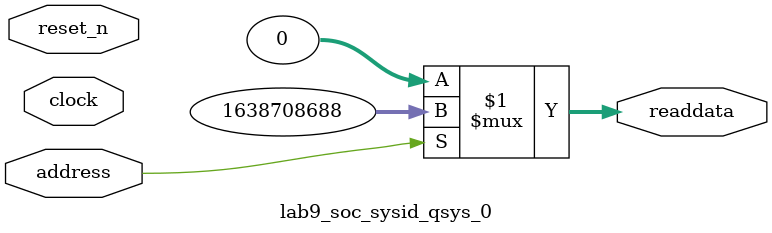
<source format=v>



// synthesis translate_off
`timescale 1ns / 1ps
// synthesis translate_on

// turn off superfluous verilog processor warnings 
// altera message_level Level1 
// altera message_off 10034 10035 10036 10037 10230 10240 10030 

module lab9_soc_sysid_qsys_0 (
               // inputs:
                address,
                clock,
                reset_n,

               // outputs:
                readdata
             )
;

  output  [ 31: 0] readdata;
  input            address;
  input            clock;
  input            reset_n;

  wire    [ 31: 0] readdata;
  //control_slave, which is an e_avalon_slave
  assign readdata = address ? 1638708688 : 0;

endmodule



</source>
